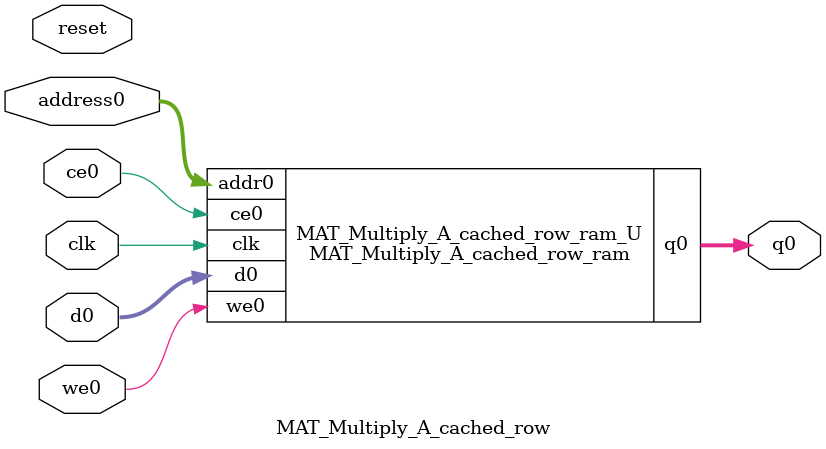
<source format=v>

`timescale 1 ns / 1 ps
module MAT_Multiply_A_cached_row_ram (addr0, ce0, d0, we0, q0,  clk);

parameter DWIDTH = 32;
parameter AWIDTH = 7;
parameter MEM_SIZE = 100;

input[AWIDTH-1:0] addr0;
input ce0;
input[DWIDTH-1:0] d0;
input we0;
output reg[DWIDTH-1:0] q0;
input clk;

(* ram_style = "block" *)reg [DWIDTH-1:0] ram[MEM_SIZE-1:0];




always @(posedge clk)  
begin 
    if (ce0) 
    begin
        if (we0) 
        begin 
            ram[addr0] <= d0; 
            q0 <= d0;
        end 
        else 
            q0 <= ram[addr0];
    end
end


endmodule


`timescale 1 ns / 1 ps
module MAT_Multiply_A_cached_row(
    reset,
    clk,
    address0,
    ce0,
    we0,
    d0,
    q0);

parameter DataWidth = 32'd32;
parameter AddressRange = 32'd100;
parameter AddressWidth = 32'd7;
input reset;
input clk;
input[AddressWidth - 1:0] address0;
input ce0;
input we0;
input[DataWidth - 1:0] d0;
output[DataWidth - 1:0] q0;



MAT_Multiply_A_cached_row_ram MAT_Multiply_A_cached_row_ram_U(
    .clk( clk ),
    .addr0( address0 ),
    .ce0( ce0 ),
    .d0( d0 ),
    .we0( we0 ),
    .q0( q0 ));

endmodule


</source>
